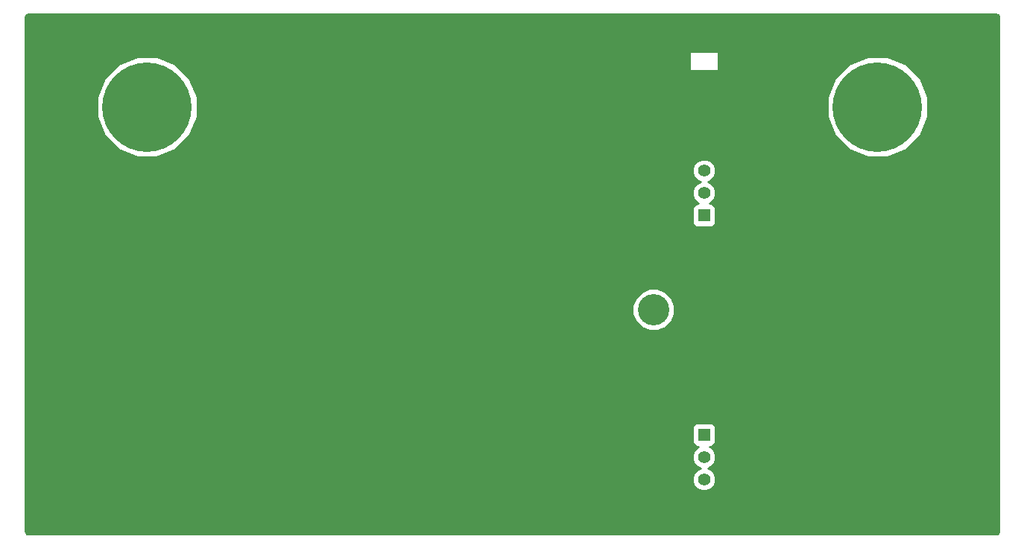
<source format=gtl>
G04 #@! TF.FileFunction,Copper,L1,Top,Signal*
%FSLAX46Y46*%
G04 Gerber Fmt 4.6, Leading zero omitted, Abs format (unit mm)*
G04 Created by KiCad (PCBNEW 4.0.2-stable) date Sun Jun 26 23:15:05 2016*
%MOMM*%
G01*
G04 APERTURE LIST*
%ADD10C,0.100000*%
%ADD11C,3.810000*%
%ADD12C,3.556000*%
%ADD13R,1.397000X1.397000*%
%ADD14C,1.397000*%
%ADD15C,6.000000*%
%ADD16C,10.160000*%
%ADD17C,0.600000*%
%ADD18C,0.254000*%
G04 APERTURE END LIST*
D10*
D11*
X153585123Y-87590371D03*
D12*
X156760123Y-90765371D03*
D11*
X159935123Y-87590371D03*
X153585123Y-93940371D03*
X159935123Y-93940371D03*
D13*
X162500000Y-104960000D03*
D14*
X162500000Y-107500000D03*
X162500000Y-110040000D03*
D13*
X162500000Y-80040000D03*
D14*
X162500000Y-77500000D03*
X162500000Y-74960000D03*
D15*
X89700000Y-112000000D03*
X191800000Y-112000000D03*
X191800000Y-61500000D03*
X89700000Y-61500000D03*
D16*
X182213380Y-67708478D03*
X99213380Y-105708478D03*
X99213380Y-67708478D03*
X182113380Y-105708478D03*
D17*
X160250000Y-62500000D03*
X169500000Y-107500000D03*
X170806554Y-77449138D03*
X170306554Y-80449138D03*
X142260123Y-93265371D03*
X142260123Y-98265371D03*
X148760123Y-104015371D03*
X151010123Y-104015371D03*
X153510123Y-109765371D03*
X151260123Y-109765371D03*
X148760123Y-111515371D03*
X146260123Y-111515371D03*
X137760123Y-103515371D03*
X130760123Y-103515371D03*
X113760123Y-102515371D03*
X113760123Y-111515371D03*
X122760123Y-111515371D03*
X122760123Y-102765371D03*
D18*
G36*
X195819035Y-57203404D02*
X195908605Y-57263252D01*
X195968454Y-57352823D01*
X196003380Y-57528408D01*
X196003380Y-115888548D01*
X195968454Y-116064133D01*
X195908605Y-116153704D01*
X195819035Y-116213552D01*
X195643450Y-116248478D01*
X85783310Y-116248478D01*
X85607725Y-116213552D01*
X85518154Y-116153703D01*
X85458306Y-116064133D01*
X85423380Y-115888548D01*
X85423380Y-104261500D01*
X161154060Y-104261500D01*
X161154060Y-105658500D01*
X161198338Y-105893817D01*
X161337410Y-106109941D01*
X161549610Y-106254931D01*
X161801500Y-106305940D01*
X161897884Y-106305940D01*
X161745620Y-106368854D01*
X161370173Y-106743647D01*
X161166732Y-107233587D01*
X161166269Y-107764086D01*
X161368854Y-108254380D01*
X161743647Y-108629827D01*
X162081446Y-108770094D01*
X161745620Y-108908854D01*
X161370173Y-109283647D01*
X161166732Y-109773587D01*
X161166269Y-110304086D01*
X161368854Y-110794380D01*
X161743647Y-111169827D01*
X162233587Y-111373268D01*
X162764086Y-111373731D01*
X163254380Y-111171146D01*
X163629827Y-110796353D01*
X163833268Y-110306413D01*
X163833731Y-109775914D01*
X163631146Y-109285620D01*
X163256353Y-108910173D01*
X162918554Y-108769906D01*
X163254380Y-108631146D01*
X163629827Y-108256353D01*
X163833268Y-107766413D01*
X163833731Y-107235914D01*
X163631146Y-106745620D01*
X163256353Y-106370173D01*
X163101663Y-106305940D01*
X163198500Y-106305940D01*
X163433817Y-106261662D01*
X163649941Y-106122590D01*
X163794931Y-105910390D01*
X163845940Y-105658500D01*
X163845940Y-104261500D01*
X163801662Y-104026183D01*
X163662590Y-103810059D01*
X163450390Y-103665069D01*
X163198500Y-103614060D01*
X161801500Y-103614060D01*
X161566183Y-103658338D01*
X161350059Y-103797410D01*
X161205069Y-104009610D01*
X161154060Y-104261500D01*
X85423380Y-104261500D01*
X85423380Y-91243241D01*
X154346706Y-91243241D01*
X154713289Y-92130440D01*
X155391484Y-92809820D01*
X156278042Y-93177951D01*
X157237993Y-93178788D01*
X158125192Y-92812205D01*
X158804572Y-92134010D01*
X159172703Y-91247452D01*
X159173540Y-90287501D01*
X158806957Y-89400302D01*
X158128762Y-88720922D01*
X157242204Y-88352791D01*
X156282253Y-88351954D01*
X155395054Y-88718537D01*
X154715674Y-89396732D01*
X154347543Y-90283290D01*
X154346706Y-91243241D01*
X85423380Y-91243241D01*
X85423380Y-79341500D01*
X161154060Y-79341500D01*
X161154060Y-80738500D01*
X161198338Y-80973817D01*
X161337410Y-81189941D01*
X161549610Y-81334931D01*
X161801500Y-81385940D01*
X163198500Y-81385940D01*
X163433817Y-81341662D01*
X163649941Y-81202590D01*
X163794931Y-80990390D01*
X163845940Y-80738500D01*
X163845940Y-79341500D01*
X163801662Y-79106183D01*
X163662590Y-78890059D01*
X163450390Y-78745069D01*
X163198500Y-78694060D01*
X163102116Y-78694060D01*
X163254380Y-78631146D01*
X163629827Y-78256353D01*
X163833268Y-77766413D01*
X163833731Y-77235914D01*
X163631146Y-76745620D01*
X163256353Y-76370173D01*
X162918554Y-76229906D01*
X163254380Y-76091146D01*
X163629827Y-75716353D01*
X163833268Y-75226413D01*
X163833731Y-74695914D01*
X163631146Y-74205620D01*
X163256353Y-73830173D01*
X162766413Y-73626732D01*
X162235914Y-73626269D01*
X161745620Y-73828854D01*
X161370173Y-74203647D01*
X161166732Y-74693587D01*
X161166269Y-75224086D01*
X161368854Y-75714380D01*
X161743647Y-76089827D01*
X162081446Y-76230094D01*
X161745620Y-76368854D01*
X161370173Y-76743647D01*
X161166732Y-77233587D01*
X161166269Y-77764086D01*
X161368854Y-78254380D01*
X161743647Y-78629827D01*
X161898337Y-78694060D01*
X161801500Y-78694060D01*
X161566183Y-78738338D01*
X161350059Y-78877410D01*
X161205069Y-79089610D01*
X161154060Y-79341500D01*
X85423380Y-79341500D01*
X85423380Y-68840274D01*
X93497391Y-68840274D01*
X94365614Y-70941536D01*
X95971866Y-72550594D01*
X98071609Y-73422483D01*
X100345176Y-73424467D01*
X102446438Y-72556244D01*
X104055496Y-70949992D01*
X104927385Y-68850249D01*
X104927393Y-68840274D01*
X176497391Y-68840274D01*
X177365614Y-70941536D01*
X178971866Y-72550594D01*
X181071609Y-73422483D01*
X183345176Y-73424467D01*
X185446438Y-72556244D01*
X187055496Y-70949992D01*
X187927385Y-68850249D01*
X187929369Y-66576682D01*
X187061146Y-64475420D01*
X185454894Y-62866362D01*
X183355151Y-61994473D01*
X181081584Y-61992489D01*
X178980322Y-62860712D01*
X177371264Y-64466964D01*
X176499375Y-66566707D01*
X176497391Y-68840274D01*
X104927393Y-68840274D01*
X104929369Y-66576682D01*
X104061146Y-64475420D01*
X102454894Y-62866362D01*
X100355151Y-61994473D01*
X98081584Y-61992489D01*
X95980322Y-62860712D01*
X94371264Y-64466964D01*
X93499375Y-66566707D01*
X93497391Y-68840274D01*
X85423380Y-68840274D01*
X85423380Y-61500000D01*
X160873000Y-61500000D01*
X160873000Y-63500000D01*
X160881685Y-63546159D01*
X160908965Y-63588553D01*
X160950590Y-63616994D01*
X161000000Y-63627000D01*
X164000000Y-63627000D01*
X164046159Y-63618315D01*
X164088553Y-63591035D01*
X164116994Y-63549410D01*
X164127000Y-63500000D01*
X164127000Y-61500000D01*
X164118315Y-61453841D01*
X164091035Y-61411447D01*
X164049410Y-61383006D01*
X164000000Y-61373000D01*
X161000000Y-61373000D01*
X160953841Y-61381685D01*
X160911447Y-61408965D01*
X160883006Y-61450590D01*
X160873000Y-61500000D01*
X85423380Y-61500000D01*
X85423380Y-57528408D01*
X85458306Y-57352823D01*
X85518154Y-57263253D01*
X85607725Y-57203404D01*
X85783310Y-57168478D01*
X195643450Y-57168478D01*
X195819035Y-57203404D01*
X195819035Y-57203404D01*
G37*
X195819035Y-57203404D02*
X195908605Y-57263252D01*
X195968454Y-57352823D01*
X196003380Y-57528408D01*
X196003380Y-115888548D01*
X195968454Y-116064133D01*
X195908605Y-116153704D01*
X195819035Y-116213552D01*
X195643450Y-116248478D01*
X85783310Y-116248478D01*
X85607725Y-116213552D01*
X85518154Y-116153703D01*
X85458306Y-116064133D01*
X85423380Y-115888548D01*
X85423380Y-104261500D01*
X161154060Y-104261500D01*
X161154060Y-105658500D01*
X161198338Y-105893817D01*
X161337410Y-106109941D01*
X161549610Y-106254931D01*
X161801500Y-106305940D01*
X161897884Y-106305940D01*
X161745620Y-106368854D01*
X161370173Y-106743647D01*
X161166732Y-107233587D01*
X161166269Y-107764086D01*
X161368854Y-108254380D01*
X161743647Y-108629827D01*
X162081446Y-108770094D01*
X161745620Y-108908854D01*
X161370173Y-109283647D01*
X161166732Y-109773587D01*
X161166269Y-110304086D01*
X161368854Y-110794380D01*
X161743647Y-111169827D01*
X162233587Y-111373268D01*
X162764086Y-111373731D01*
X163254380Y-111171146D01*
X163629827Y-110796353D01*
X163833268Y-110306413D01*
X163833731Y-109775914D01*
X163631146Y-109285620D01*
X163256353Y-108910173D01*
X162918554Y-108769906D01*
X163254380Y-108631146D01*
X163629827Y-108256353D01*
X163833268Y-107766413D01*
X163833731Y-107235914D01*
X163631146Y-106745620D01*
X163256353Y-106370173D01*
X163101663Y-106305940D01*
X163198500Y-106305940D01*
X163433817Y-106261662D01*
X163649941Y-106122590D01*
X163794931Y-105910390D01*
X163845940Y-105658500D01*
X163845940Y-104261500D01*
X163801662Y-104026183D01*
X163662590Y-103810059D01*
X163450390Y-103665069D01*
X163198500Y-103614060D01*
X161801500Y-103614060D01*
X161566183Y-103658338D01*
X161350059Y-103797410D01*
X161205069Y-104009610D01*
X161154060Y-104261500D01*
X85423380Y-104261500D01*
X85423380Y-91243241D01*
X154346706Y-91243241D01*
X154713289Y-92130440D01*
X155391484Y-92809820D01*
X156278042Y-93177951D01*
X157237993Y-93178788D01*
X158125192Y-92812205D01*
X158804572Y-92134010D01*
X159172703Y-91247452D01*
X159173540Y-90287501D01*
X158806957Y-89400302D01*
X158128762Y-88720922D01*
X157242204Y-88352791D01*
X156282253Y-88351954D01*
X155395054Y-88718537D01*
X154715674Y-89396732D01*
X154347543Y-90283290D01*
X154346706Y-91243241D01*
X85423380Y-91243241D01*
X85423380Y-79341500D01*
X161154060Y-79341500D01*
X161154060Y-80738500D01*
X161198338Y-80973817D01*
X161337410Y-81189941D01*
X161549610Y-81334931D01*
X161801500Y-81385940D01*
X163198500Y-81385940D01*
X163433817Y-81341662D01*
X163649941Y-81202590D01*
X163794931Y-80990390D01*
X163845940Y-80738500D01*
X163845940Y-79341500D01*
X163801662Y-79106183D01*
X163662590Y-78890059D01*
X163450390Y-78745069D01*
X163198500Y-78694060D01*
X163102116Y-78694060D01*
X163254380Y-78631146D01*
X163629827Y-78256353D01*
X163833268Y-77766413D01*
X163833731Y-77235914D01*
X163631146Y-76745620D01*
X163256353Y-76370173D01*
X162918554Y-76229906D01*
X163254380Y-76091146D01*
X163629827Y-75716353D01*
X163833268Y-75226413D01*
X163833731Y-74695914D01*
X163631146Y-74205620D01*
X163256353Y-73830173D01*
X162766413Y-73626732D01*
X162235914Y-73626269D01*
X161745620Y-73828854D01*
X161370173Y-74203647D01*
X161166732Y-74693587D01*
X161166269Y-75224086D01*
X161368854Y-75714380D01*
X161743647Y-76089827D01*
X162081446Y-76230094D01*
X161745620Y-76368854D01*
X161370173Y-76743647D01*
X161166732Y-77233587D01*
X161166269Y-77764086D01*
X161368854Y-78254380D01*
X161743647Y-78629827D01*
X161898337Y-78694060D01*
X161801500Y-78694060D01*
X161566183Y-78738338D01*
X161350059Y-78877410D01*
X161205069Y-79089610D01*
X161154060Y-79341500D01*
X85423380Y-79341500D01*
X85423380Y-68840274D01*
X93497391Y-68840274D01*
X94365614Y-70941536D01*
X95971866Y-72550594D01*
X98071609Y-73422483D01*
X100345176Y-73424467D01*
X102446438Y-72556244D01*
X104055496Y-70949992D01*
X104927385Y-68850249D01*
X104927393Y-68840274D01*
X176497391Y-68840274D01*
X177365614Y-70941536D01*
X178971866Y-72550594D01*
X181071609Y-73422483D01*
X183345176Y-73424467D01*
X185446438Y-72556244D01*
X187055496Y-70949992D01*
X187927385Y-68850249D01*
X187929369Y-66576682D01*
X187061146Y-64475420D01*
X185454894Y-62866362D01*
X183355151Y-61994473D01*
X181081584Y-61992489D01*
X178980322Y-62860712D01*
X177371264Y-64466964D01*
X176499375Y-66566707D01*
X176497391Y-68840274D01*
X104927393Y-68840274D01*
X104929369Y-66576682D01*
X104061146Y-64475420D01*
X102454894Y-62866362D01*
X100355151Y-61994473D01*
X98081584Y-61992489D01*
X95980322Y-62860712D01*
X94371264Y-64466964D01*
X93499375Y-66566707D01*
X93497391Y-68840274D01*
X85423380Y-68840274D01*
X85423380Y-61500000D01*
X160873000Y-61500000D01*
X160873000Y-63500000D01*
X160881685Y-63546159D01*
X160908965Y-63588553D01*
X160950590Y-63616994D01*
X161000000Y-63627000D01*
X164000000Y-63627000D01*
X164046159Y-63618315D01*
X164088553Y-63591035D01*
X164116994Y-63549410D01*
X164127000Y-63500000D01*
X164127000Y-61500000D01*
X164118315Y-61453841D01*
X164091035Y-61411447D01*
X164049410Y-61383006D01*
X164000000Y-61373000D01*
X161000000Y-61373000D01*
X160953841Y-61381685D01*
X160911447Y-61408965D01*
X160883006Y-61450590D01*
X160873000Y-61500000D01*
X85423380Y-61500000D01*
X85423380Y-57528408D01*
X85458306Y-57352823D01*
X85518154Y-57263253D01*
X85607725Y-57203404D01*
X85783310Y-57168478D01*
X195643450Y-57168478D01*
X195819035Y-57203404D01*
M02*

</source>
